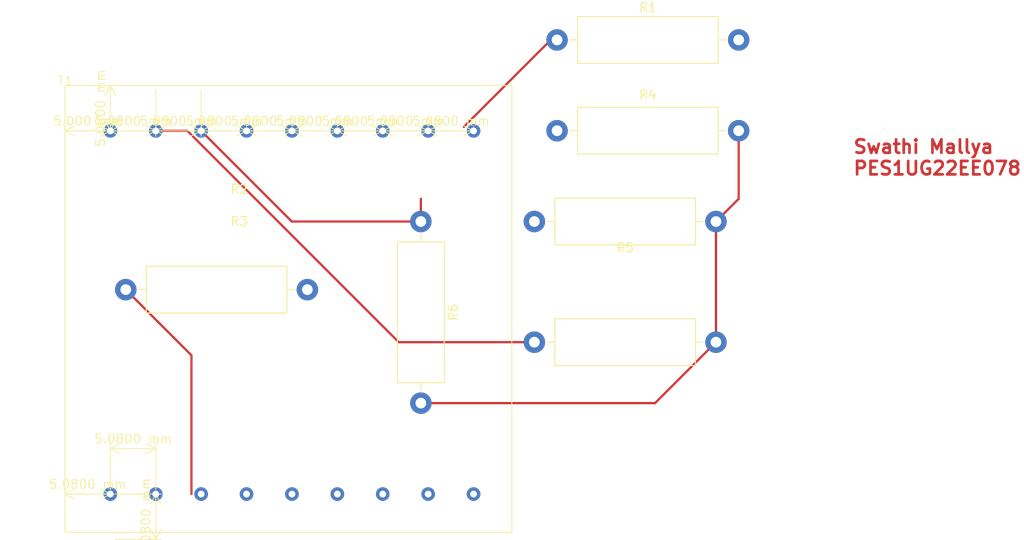
<source format=kicad_pcb>
(kicad_pcb (version 20221018) (generator pcbnew)
  (layers (0 "F.Cu" signal) (31 "B.Cu" signal) (34 "B.Paste" user) (35 "F.Paste" user) (36 "B.SilkS" user "B.Silkscreen") (37 "F.SilkS" user "F.Silkscreen") (38 "B.Mask" user) (39 "F.Mask" user) (44 "Edge.Cuts" user))
  (net 0 "")
  (net 1 "Net-(T1-AA)")
  (net 2 "Net-(R1-Pad2)")
  (net 3 "Net-(T1-AB)")
  (net 4 "Net-(R2-Pad2)")
  (net 5 "Net-(T1-SB)_1")
  (net 6 "GND")
  (net 7 "Net-(T1-SA)_1")
  (net 8 "Net-(T1-SA)")
  (net 9 "Net-(T1-SB)")
  (net 10 "Net-(BT1-+)")
  (footprint "Resistor_THT:R_Axial_DIN0516_L15.5mm_D5.0mm_P20.32mm_Horizontal" (layer "F.Cu") (at 121.92 45.72 -90)
    (fp_text reference "R6" (at 10.16 -3.62 90) (layer "F.SilkS"))
    (fp_text value "R")
    (fp_line (start 1.44 0) (end 2.29 0) (stroke (width 0.12)) (layer "F.SilkS"))
    (fp_line (start 2.29 -2.62) (end 2.29 2.62) (stroke (width 0.12)) (layer "F.SilkS"))
    (fp_line (start 2.29 2.62) (end 18.03 2.62) (stroke (width 0.12)) (layer "F.SilkS"))
    (fp_line (start 18.03 -2.62) (end 2.29 -2.62) (stroke (width 0.12)) (layer "F.SilkS"))
    (fp_line (start 18.03 2.62) (end 18.03 -2.62) (stroke (width 0.12)) (layer "F.SilkS"))
    (fp_line (start 18.88 0) (end 18.03 0) (stroke (width 0.12)) (layer "F.SilkS"))
    (pad "1" thru_hole circle (at 0 0 270) (size 2.4 2.4) (drill 1.2) (layers "*.Cu" "*.Mask") (net 9 "Net-(T1-SB)"))
    (pad "2" thru_hole oval (at 20.32 0 270) (size 2.4 2.4) (drill 1.2) (layers "*.Cu" "*.Mask") (net 6 "GND"))
  )
  (footprint "Resistor_THT:R_Axial_DIN0516_L15.5mm_D5.0mm_P20.32mm_Horizontal" (layer "F.Cu") (at 137.16 25.4)
    (fp_text reference "R1" (at 10.16 -3.62) (layer "F.SilkS"))
    (fp_text value "R")
    (fp_line (start 1.44 0) (end 2.29 0) (stroke (width 0.12)) (layer "F.SilkS"))
    (fp_line (start 2.29 -2.62) (end 2.29 2.62) (stroke (width 0.12)) (layer "F.SilkS"))
    (fp_line (start 2.29 2.62) (end 18.03 2.62) (stroke (width 0.12)) (layer "F.SilkS"))
    (fp_line (start 18.03 -2.62) (end 2.29 -2.62) (stroke (width 0.12)) (layer "F.SilkS"))
    (fp_line (start 18.03 2.62) (end 18.03 -2.62) (stroke (width 0.12)) (layer "F.SilkS"))
    (fp_line (start 18.88 0) (end 18.03 0) (stroke (width 0.12)) (layer "F.SilkS"))
    (pad "1" thru_hole circle (at 0 0) (size 2.4 2.4) (drill 1.2) (layers "*.Cu" "*.Mask") (net 1 "Net-(T1-AA)"))
    (pad "2" thru_hole oval (at 20.32 0) (size 2.4 2.4) (drill 1.2) (layers "*.Cu" "*.Mask") (net 2 "Net-(R1-Pad2)"))
  )
  (footprint "Resistor_THT:R_Axial_DIN0516_L15.5mm_D5.0mm_P20.32mm_Horizontal" (layer "F.Cu") (at 137.16 35.56)
    (fp_text reference "R3" (at -35.56 10.15) (layer "F.SilkS"))
    (fp_text value "R")
    (fp_line (start 1.44 0) (end 2.29 0) (stroke (width 0.12)) (layer "F.SilkS"))
    (fp_line (start 2.29 -2.62) (end 2.29 2.62) (stroke (width 0.12)) (layer "F.SilkS"))
    (fp_line (start 2.29 2.62) (end 18.03 2.62) (stroke (width 0.12)) (layer "F.SilkS"))
    (fp_line (start 18.03 -2.62) (end 2.29 -2.62) (stroke (width 0.12)) (layer "F.SilkS"))
    (fp_line (start 18.03 2.62) (end 18.03 -2.62) (stroke (width 0.12)) (layer "F.SilkS"))
    (fp_line (start 18.88 0) (end 18.03 0) (stroke (width 0.12)) (layer "F.SilkS"))
    (pad "1" thru_hole circle (at 0 0) (size 2.4 2.4) (drill 1.2) (layers "*.Cu" "*.Mask") (net 5 "Net-(T1-SB)_1"))
    (pad "2" thru_hole oval (at 20.32 0) (size 2.4 2.4) (drill 1.2) (layers "*.Cu" "*.Mask") (net 6 "GND"))
  )
  (footprint "Resistor_THT:R_Axial_DIN0516_L15.5mm_D5.0mm_P20.32mm_Horizontal" (layer "F.Cu") (at 134.62 45.72)
    (fp_text reference "R4" (at 12.7 -14.18) (layer "F.SilkS"))
    (fp_text value "R")
    (fp_line (start 1.44 0) (end 2.29 0) (stroke (width 0.12)) (layer "F.SilkS"))
    (fp_line (start 2.29 -2.62) (end 2.29 2.62) (stroke (width 0.12)) (layer "F.SilkS"))
    (fp_line (start 2.29 2.62) (end 18.03 2.62) (stroke (width 0.12)) (layer "F.SilkS"))
    (fp_line (start 18.03 -2.62) (end 2.29 -2.62) (stroke (width 0.12)) (layer "F.SilkS"))
    (fp_line (start 18.03 2.62) (end 18.03 -2.62) (stroke (width 0.12)) (layer "F.SilkS"))
    (fp_line (start 18.88 0) (end 18.03 0) (stroke (width 0.12)) (layer "F.SilkS"))
    (pad "1" thru_hole circle (at 0 0) (size 2.4 2.4) (drill 1.2) (layers "*.Cu" "*.Mask") (net 7 "Net-(T1-SA)_1"))
    (pad "2" thru_hole oval (at 20.32 0) (size 2.4 2.4) (drill 1.2) (layers "*.Cu" "*.Mask") (net 6 "GND"))
  )
  (footprint "Resistor_THT:R_Axial_DIN0516_L15.5mm_D5.0mm_P20.32mm_Horizontal" (layer "F.Cu") (at 88.9 53.34)
    (fp_text reference "R2" (at 12.7 -11.24) (layer "F.SilkS"))
    (fp_text value "R")
    (fp_line (start 1.44 0) (end 2.29 0) (stroke (width 0.12)) (layer "F.SilkS"))
    (fp_line (start 2.29 -2.62) (end 2.29 2.62) (stroke (width 0.12)) (layer "F.SilkS"))
    (fp_line (start 2.29 2.62) (end 18.03 2.62) (stroke (width 0.12)) (layer "F.SilkS"))
    (fp_line (start 18.03 -2.62) (end 2.29 -2.62) (stroke (width 0.12)) (layer "F.SilkS"))
    (fp_line (start 18.03 2.62) (end 18.03 -2.62) (stroke (width 0.12)) (layer "F.SilkS"))
    (fp_line (start 18.88 0) (end 18.03 0) (stroke (width 0.12)) (layer "F.SilkS"))
    (pad "1" thru_hole circle (at 0 0) (size 2.4 2.4) (drill 1.2) (layers "*.Cu" "*.Mask") (net 3 "Net-(T1-AB)"))
    (pad "2" thru_hole oval (at 20.32 0) (size 2.4 2.4) (drill 1.2) (layers "*.Cu" "*.Mask") (net 4 "Net-(R2-Pad2)"))
  )
  (footprint "Resistor_THT:R_Axial_DIN0516_L15.5mm_D5.0mm_P20.32mm_Horizontal" (layer "F.Cu") (at 134.62 59.22)
    (fp_text reference "R5" (at 10.16 -10.57) (layer "F.SilkS"))
    (fp_text value "R")
    (fp_line (start 1.44 0) (end 2.29 0) (stroke (width 0.12)) (layer "F.SilkS"))
    (fp_line (start 2.29 -2.62) (end 2.29 2.62) (stroke (width 0.12)) (layer "F.SilkS"))
    (fp_line (start 2.29 2.62) (end 18.03 2.62) (stroke (width 0.12)) (layer "F.SilkS"))
    (fp_line (start 18.03 -2.62) (end 2.29 -2.62) (stroke (width 0.12)) (layer "F.SilkS"))
    (fp_line (start 18.03 2.62) (end 18.03 -2.62) (stroke (width 0.12)) (layer "F.SilkS"))
    (fp_line (start 18.88 0) (end 18.03 0) (stroke (width 0.12)) (layer "F.SilkS"))
    (pad "1" thru_hole circle (at 0 0) (size 2.4 2.4) (drill 1.2) (layers "*.Cu" "*.Mask") (net 8 "Net-(T1-SA)"))
    (pad "2" thru_hole oval (at 20.32 0) (size 2.4 2.4) (drill 1.2) (layers "*.Cu" "*.Mask") (net 6 "GND"))
  )
  (footprint "mv_transformer:mv transformer" (layer "F.Cu") (at 82.095 30.495)
    (fp_text reference "T1" (at 0 -0.5 unlocked) (layer "F.SilkS") (effects (font (thickness 0.1))))
    (fp_text value "Transformer_1P_1S")
    (fp_rect (start 0 0) (end 50 50) (stroke (width 0.1)) (fill none) (layer "F.SilkS"))
    (dimension (type aligned) (layer "F.SilkS") (pts (xy 87.175 35.575) (xy 92.255 35.575)) (height 0) (gr_text "0.2000 in" (at 89.715 34.475) (layer "F.SilkS") (effects (font (size 1 1) (thickness 0.1)))) (format (prefix "") (suffix "") (units 3) (units_format 1) (precision 4)) (style (thickness 0.1) (arrow_length 1.27) (text_position_mode 0) (extension_height 0.58642) (extension_offset 0.5) keep_text_aligned))
    (dimension (type aligned) (layer "F.SilkS") (pts (xy 97.335 35.575) (xy 102.415 35.575)) (height 0) (gr_text "0.2000 in" (at 99.875 34.475) (layer "F.SilkS") (effects (font (size 1 1) (thickness 0.1)))) (format (prefix "") (suffix "") (units 3) (units_format 1) (precision 4)) (style (thickness 0.1) (arrow_length 1.27) (text_position_mode 0) (extension_height 0.58642) (extension_offset 0.5) keep_text_aligned))
    (dimension (type aligned) (layer "F.SilkS") (pts (xy 92.255 30.495) (xy 97.335 30.495)) (height 5.08) (gr_text "0.2000 in" (at 94.795 34.475) (layer "F.SilkS") (effects (font (size 1 1) (thickness 0.1)))) (format (prefix "") (suffix "") (units 3) (units_format 1) (precision 4)) (style (thickness 0.1) (arrow_length 1.27) (text_position_mode 0) (extension_height 0.58642) (extension_offset 0.5) keep_text_aligned))
    (dimension (type aligned) (layer "F.SilkS") (pts (xy 107.495 35.575) (xy 112.575 35.575)) (height 0) (gr_text "0.2000 in" (at 110.035 34.475) (layer "F.SilkS") (effects (font (size 1 1) (thickness 0.1)))) (format (prefix "") (suffix "") (units 3) (units_format 1) (precision 4)) (style (thickness 0.1) (arrow_length 1.27) (text_position_mode 0) (extension_height 0.58642) (extension_offset 0.5) keep_text_aligned))
    (dimension (type aligned) (layer "F.SilkS") (pts (xy 117.655 35.575) (xy 122.735 35.575)) (height 0) (gr_text "0.2000 in" (at 120.195 34.475) (layer "F.SilkS") (effects (font (size 1 1) (thickness 0.1)))) (format (prefix "") (suffix "") (units 3) (units_format 1) (precision 4)) (style (thickness 0.1) (arrow_length 1.27) (text_position_mode 0) (extension_height 0.58642) (extension_offset 0.5) keep_text_aligned))
    (dimension (type aligned) (layer "F.SilkS") (pts (xy 87.175 76.215) (xy 92.255 76.215)) (height -5.079999) (gr_text "0.2000 in" (at 89.715 70.035001) (layer "F.SilkS") (effects (font (size 1 1) (thickness 0.1)))) (format (prefix "") (suffix "") (units 3) (units_format 1) (precision 4)) (style (thickness 0.1) (arrow_length 1.27) (text_position_mode 0) (extension_height 0.58642) (extension_offset 0.5) keep_text_aligned))
    (dimension (type aligned) (layer "F.SilkS") (pts (xy 82.095 76.215) (xy 87.175 76.215)) (height 0) (gr_text "0.2000 in" (at 84.635 75.115) (layer "F.SilkS") (effects (font (size 1 1) (thickness 0.1)))) (format (prefix "") (suffix "") (units 3) (units_format 1) (precision 4)) (style (thickness 0.1) (arrow_length 1.27) (text_position_mode 0) (extension_height 0.58642) (extension_offset 0.5) keep_text_aligned))
    (dimension (type aligned) (layer "F.SilkS") (pts (xy 112.575 35.575) (xy 117.655 35.575)) (height 0) (gr_text "0.2000 in" (at 115.115 34.475) (layer "F.SilkS") (effects (font (size 1 1) (thickness 0.1)))) (format (prefix "") (suffix "") (units 3) (units_format 1) (precision 4)) (style (thickness 0.1) (arrow_length 1.27) (text_position_mode 0) (extension_height 0.58642) (extension_offset 0.5) keep_text_aligned))
    (dimension (type aligned) (layer "F.SilkS") (pts (xy 102.415 35.575) (xy 107.495 35.575)) (height 0) (gr_text "0.2000 in" (at 104.955 34.475) (layer "F.SilkS") (effects (font (size 1 1) (thickness 0.1)))) (format (prefix "") (suffix "") (units 3) (units_format 1) (precision 4)) (style (thickness 0.1) (arrow_length 1.27) (text_position_mode 0) (extension_height 0.58642) (extension_offset 0.5) keep_text_aligned))
    (dimension (type aligned) (layer "F.SilkS") (pts (xy 122.735 35.575) (xy 127.815 35.575)) (height 0) (gr_text "0.2000 in" (at 125.275 34.475) (layer "F.SilkS") (effects (font (size 1 1) (thickness 0.1)))) (format (prefix "") (suffix "") (units 3) (units_format 1) (precision 4)) (style (thickness 0.1) (arrow_length 1.27) (text_position_mode 0) (extension_height 0.58642) (extension_offset 0.5) keep_text_aligned))
    (dimension (type aligned) (layer "F.SilkS") (pts (xy 87.175 76.215) (xy 87.175 81.295)) (height -5.08) (gr_text "0.2000 in" (at 91.155 78.755 90) (layer "F.SilkS") (effects (font (size 1 1) (thickness 0.1)))) (format (prefix "") (suffix "") (units 3) (units_format 1) (precision 4)) (style (thickness 0.1) (arrow_length 1.27) (text_position_mode 0) (extension_height 0.58642) (extension_offset 0.5) keep_text_aligned))
    (dimension (type aligned) (layer "F.SilkS") (pts (xy 87.175 30.495) (xy 87.175 35.575)) (height 0) (gr_text "0.2000 in" (at 86.075 33.035 90) (layer "F.SilkS") (effects (font (size 1 1) (thickness 0.1)))) (format (prefix "") (suffix "") (units 3) (units_format 1) (precision 4)) (style (thickness 0.1) (arrow_length 1.27) (text_position_mode 0) (extension_height 0.58642) (extension_offset 0.5) keep_text_aligned))
    (dimension (type aligned) (layer "F.SilkS") (pts (xy 82.095 35.575) (xy 87.175 35.575)) (height 0) (gr_text "5.000 in" (at 84.635 34.475) (layer "F.SilkS") (effects (font (size 1 1) (thickness 0.1)))) (format (prefix "") (suffix "") (units 3) (units_format 1) (precision 4) (override_value "5.000")) (style (thickness 0.1) (arrow_length 1.27) (text_position_mode 0) (extension_height 0.58642) (extension_offset 0.5) keep_text_aligned))
    (pad "2" thru_hole circle (at 5.08 5.08) (size 1.524 1.524) (drill 0.762) (layers "*.Cu" "*.Mask") (net 10 "Net-(BT1-+)"))
    (pad "3" thru_hole circle (at 10.16 5.08) (size 1.524 1.524) (drill 0.762) (layers "*.Cu" "*.Mask") (net 8 "Net-(T1-SA)"))
    (pad "4" thru_hole circle (at 15.24 5.08) (size 1.524 1.524) (drill 0.762) (layers "*.Cu" "*.Mask") (net 9 "Net-(T1-SB)"))
    (pad "5" thru_hole circle (at 20.32 5.08) (size 1.524 1.524) (drill 0.762) (layers "*.Cu" "*.Mask"))
    (pad "6" thru_hole circle (at 25.4 5.08) (size 1.524 1.524) (drill 0.762) (layers "*.Cu" "*.Mask"))
    (pad "7" thru_hole circle (at 30.48 5.08) (size 1.524 1.524) (drill 0.762) (layers "*.Cu" "*.Mask"))
    (pad "8" thru_hole circle (at 35.56 5.08) (size 1.524 1.524) (drill 0.762) (layers "*.Cu" "*.Mask"))
    (pad "9" thru_hole circle (at 40.64 5.08) (size 1.524 1.524) (drill 0.762) (layers "*.Cu" "*.Mask"))
    (pad "10" thru_hole circle (at 45.72 5.08) (size 1.524 1.524) (drill 0.762) (layers "*.Cu" "*.Mask"))
    (pad "13" thru_hole circle (at 5.08 45.72) (size 1.524 1.524) (drill 0.762) (layers "*.Cu" "*.Mask"))
    (pad "14" thru_hole circle (at 10.16 45.72) (size 1.524 1.524) (drill 0.762) (layers "*.Cu" "*.Mask"))
    (pad "15" thru_hole circle (at 15.24 45.72) (size 1.524 1.524) (drill 0.762) (layers "*.Cu" "*.Mask"))
    (pad "16" thru_hole circle (at 20.32 45.72) (size 1.524 1.524) (drill 0.762) (layers "*.Cu" "*.Mask"))
    (pad "17" thru_hole circle (at 25.4 45.72) (size 1.524 1.524) (drill 0.762) (layers "*.Cu" "*.Mask"))
    (pad "18" thru_hole circle (at 30.48 45.72) (size 1.524 1.524) (drill 0.762) (layers "*.Cu" "*.Mask"))
    (pad "19" thru_hole circle (at 35.56 45.72) (size 1.524 1.524) (drill 0.762) (layers "*.Cu" "*.Mask"))
    (pad "20" thru_hole circle (at 40.64 45.72) (size 1.524 1.524) (drill 0.762) (layers "*.Cu" "*.Mask"))
    (pad "21" thru_hole circle (at 45.72 45.72) (size 1.524 1.524) (drill 0.762) (layers "*.Cu" "*.Mask"))
  )
  (gr_text "Swathi Mallya \nPES1UG22EE078\n" (at 170.18 40.64) (layer "F.Cu") (effects (font (size 1.5 1.5) (thickness 0.3) bold) (justify left bottom)))
  (segment (start 137.16 25.4) (end 136.452749 25.4) (width 0.25) (layer "F.Cu") (net 1))
  (segment (start 136.452749 25.4) (end 126.728 35.124749) (width 0.25) (layer "F.Cu") (net 1))
  (segment (start 96.248 60.688) (end 96.248 76.2) (width 0.25) (layer "F.Cu") (net 3))
  (segment (start 88.9 53.34) (end 96.248 60.688) (width 0.25) (layer "F.Cu") (net 3))
  (segment (start 148.12 66.04) (end 121.92 66.04) (width 0.25) (layer "F.Cu") (net 6))
  (segment (start 157.48 43.18) (end 154.94 45.72) (width 0.25) (layer "F.Cu") (net 6))
  (segment (start 154.94 59.22) (end 148.12 66.04) (width 0.25) (layer "F.Cu") (net 6))
  (segment (start 157.48 35.56) (end 157.48 43.18) (width 0.25) (layer "F.Cu") (net 6))
  (segment (start 154.94 45.72) (end 154.94 59.22) (width 0.25) (layer "F.Cu") (net 6))
  (segment (start 119.442749 59.22) (end 95.797749 35.575) (width 0.25) (layer "F.Cu") (net 8))
  (segment (start 95.797749 35.575) (end 92.255 35.575) (width 0.25) (layer "F.Cu") (net 8))
  (segment (start 134.62 59.22) (end 119.442749 59.22) (width 0.25) (layer "F.Cu") (net 8))
  (segment (start 97.335 35.575) (end 107.48 45.72) (width 0.25) (layer "F.Cu") (net 9))
  (segment (start 121.92 45.72) (end 121.92 43.18) (width 0.25) (layer "F.Cu") (net 9))
  (segment (start 107.48 45.72) (end 121.92 45.72) (width 0.25) (layer "F.Cu") (net 9))
)
</source>
